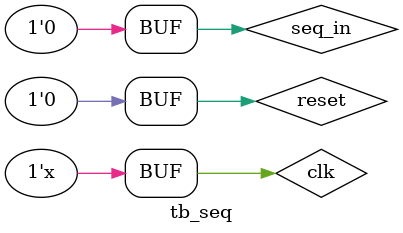
<source format=v>
`timescale 1ns / 1ps


module tb_seq;
reg seq_in,clk,reset;
wire det_out;

seqdet uut(.seq_in(seq_in),.clk(clk),.reset(reset),.det_out(det_out));

initial begin
 clk = 1'b0; reset = 1'b1;
#15 reset = 1'b0;
 end 

always #5 clk=~clk;

initial
begin
    #12 seq_in = 0; #10 seq_in = 0; #10 seq_in = 1; #10 seq_in = 1; #10 seq_in = 1;#10 seq_in = 1; 
    #10 seq_in = 1; #10 seq_in = 0; #10 seq_in = 1; #10 seq_in = 0; #10 seq_in = 1;#10 seq_in = 0;
    #10 seq_in = 1; #10 seq_in = 0; #10 seq_in = 1; #10 seq_in = 0; #10 seq_in = 1;#10 seq_in = 0;
    #10 seq_in = 1; #10 seq_in = 1; #10 seq_in = 1; #10 seq_in = 0; #10 seq_in = 1;#10 seq_in = 0;
    #10 seq_in = 1; #10 seq_in = 0; #10 seq_in = 1; #10 seq_in = 0; #10 seq_in = 1;#10 seq_in = 0;
    
    
end
endmodule

</source>
